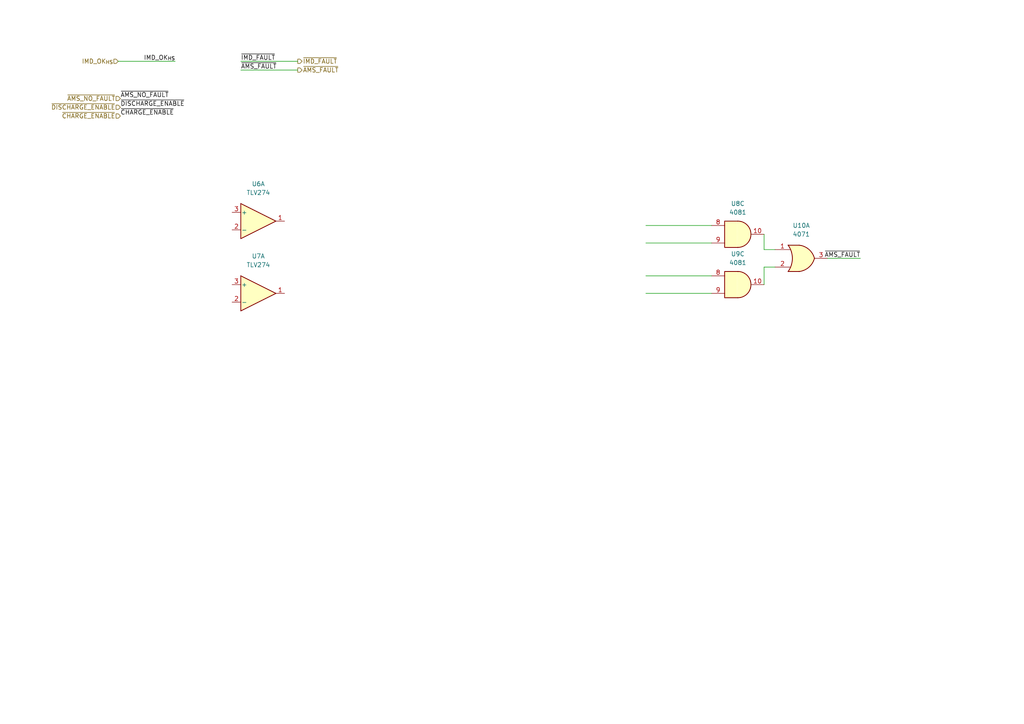
<source format=kicad_sch>
(kicad_sch (version 20211123) (generator eeschema)
  (paper "A4")
  (lib_symbols
    (symbol "4xxx:4071" (pin_names (offset 1.016))
      (property "Reference" "U" (at 0 1.27 0))
      (property "Value" "4071" (at 0 -1.27 0))
      (symbol "4071_1_1"
        (arc (start -3.81 -3.81) (mid -2.589 0) (end -3.81 3.81) (stroke (width 0.254)))
        (arc (start -0.6096 -3.81) (mid 2.1855 -2.584) (end 3.81 0) (stroke (width 0.254)) (fill (type background)))
        (polyline (pts (xy -3.81 -3.81) (xy -0.635 -3.81)) (stroke (width 0.254)) (fill (type background)))
        (polyline (pts (xy -3.81 3.81) (xy -0.635 3.81)) (stroke (width 0.254)) (fill (type background)))
        (polyline (pts (xy -0.635 3.81) (xy -3.81 3.81) (xy -3.81 3.81) (xy -3.556 3.4036) (xy -3.0226 2.2606) (xy -2.6924 1.0414) (xy -2.6162 -0.254) (xy -2.7686 -1.4986) (xy -3.175 -2.7178) (xy -3.81 -3.81) (xy -3.81 -3.81) (xy -0.635 -3.81)) (stroke (width -25.4)) (fill (type background)))
        (arc (start 3.81 0) (mid 2.1928 2.5925) (end -0.6096 3.81) (stroke (width 0.254)) (fill (type background)))
        (pin input line (at -7.62 2.54 0) (length 4.318) (name "~") (number "1"))
        (pin input line (at -7.62 -2.54 0) (length 4.318) (name "~") (number "2"))
        (pin output line (at 7.62 0 180) (length 3.81) (name "~") (number "3"))
      )
      (symbol "4071_1_2"
        (arc (start 0 -3.81) (mid 3.81 0) (end 0 3.81) (stroke (width 0.254)) (fill (type background)))
        (polyline (pts (xy 0 3.81) (xy -3.81 3.81) (xy -3.81 -3.81) (xy 0 -3.81)) (stroke (width 0.254)) (fill (type background)))
        (pin input inverted (at -7.62 2.54 0) (length 3.81) (name "~") (number "1"))
        (pin input inverted (at -7.62 -2.54 0) (length 3.81) (name "~") (number "2"))
        (pin output inverted (at 7.62 0 180) (length 3.81) (name "~") (number "3"))
      )
      (symbol "4071_2_1"
        (arc (start -3.81 -3.81) (mid -2.589 0) (end -3.81 3.81) (stroke (width 0.254)))
        (arc (start -0.6096 -3.81) (mid 2.1855 -2.584) (end 3.81 0) (stroke (width 0.254)) (fill (type background)))
        (polyline (pts (xy -3.81 -3.81) (xy -0.635 -3.81)) (stroke (width 0.254)) (fill (type background)))
        (polyline (pts (xy -3.81 3.81) (xy -0.635 3.81)) (stroke (width 0.254)) (fill (type background)))
        (polyline (pts (xy -0.635 3.81) (xy -3.81 3.81) (xy -3.81 3.81) (xy -3.556 3.4036) (xy -3.0226 2.2606) (xy -2.6924 1.0414) (xy -2.6162 -0.254) (xy -2.7686 -1.4986) (xy -3.175 -2.7178) (xy -3.81 -3.81) (xy -3.81 -3.81) (xy -0.635 -3.81)) (stroke (width -25.4)) (fill (type background)))
        (arc (start 3.81 0) (mid 2.1928 2.5925) (end -0.6096 3.81) (stroke (width 0.254)) (fill (type background)))
        (pin output line (at 7.62 0 180) (length 3.81) (name "~") (number "4"))
        (pin input line (at -7.62 2.54 0) (length 4.318) (name "~") (number "5"))
        (pin input line (at -7.62 -2.54 0) (length 4.318) (name "~") (number "6"))
      )
      (symbol "4071_2_2"
        (arc (start 0 -3.81) (mid 3.81 0) (end 0 3.81) (stroke (width 0.254)) (fill (type background)))
        (polyline (pts (xy 0 3.81) (xy -3.81 3.81) (xy -3.81 -3.81) (xy 0 -3.81)) (stroke (width 0.254)) (fill (type background)))
        (pin output inverted (at 7.62 0 180) (length 3.81) (name "~") (number "4"))
        (pin input inverted (at -7.62 2.54 0) (length 3.81) (name "~") (number "5"))
        (pin input inverted (at -7.62 -2.54 0) (length 3.81) (name "~") (number "6"))
      )
      (symbol "4071_3_1"
        (arc (start -3.81 -3.81) (mid -2.589 0) (end -3.81 3.81) (stroke (width 0.254)))
        (arc (start -0.6096 -3.81) (mid 2.1855 -2.584) (end 3.81 0) (stroke (width 0.254)) (fill (type background)))
        (polyline (pts (xy -3.81 -3.81) (xy -0.635 -3.81)) (stroke (width 0.254)) (fill (type background)))
        (polyline (pts (xy -3.81 3.81) (xy -0.635 3.81)) (stroke (width 0.254)) (fill (type background)))
        (polyline (pts (xy -0.635 3.81) (xy -3.81 3.81) (xy -3.81 3.81) (xy -3.556 3.4036) (xy -3.0226 2.2606) (xy -2.6924 1.0414) (xy -2.6162 -0.254) (xy -2.7686 -1.4986) (xy -3.175 -2.7178) (xy -3.81 -3.81) (xy -3.81 -3.81) (xy -0.635 -3.81)) (stroke (width -25.4)) (fill (type background)))
        (arc (start 3.81 0) (mid 2.1928 2.5925) (end -0.6096 3.81) (stroke (width 0.254)) (fill (type background)))
        (pin output line (at 7.62 0 180) (length 3.81) (name "~") (number "10"))
        (pin input line (at -7.62 2.54 0) (length 4.318) (name "~") (number "8"))
        (pin input line (at -7.62 -2.54 0) (length 4.318) (name "~") (number "9"))
      )
      (symbol "4071_3_2"
        (arc (start 0 -3.81) (mid 3.81 0) (end 0 3.81) (stroke (width 0.254)) (fill (type background)))
        (polyline (pts (xy 0 3.81) (xy -3.81 3.81) (xy -3.81 -3.81) (xy 0 -3.81)) (stroke (width 0.254)) (fill (type background)))
        (pin output inverted (at 7.62 0 180) (length 3.81) (name "~") (number "10"))
        (pin input inverted (at -7.62 2.54 0) (length 3.81) (name "~") (number "8"))
        (pin input inverted (at -7.62 -2.54 0) (length 3.81) (name "~") (number "9"))
      )
      (symbol "4071_4_1"
        (arc (start -3.81 -3.81) (mid -2.589 0) (end -3.81 3.81) (stroke (width 0.254)))
        (arc (start -0.6096 -3.81) (mid 2.1855 -2.584) (end 3.81 0) (stroke (width 0.254)) (fill (type background)))
        (polyline (pts (xy -3.81 -3.81) (xy -0.635 -3.81)) (stroke (width 0.254)) (fill (type background)))
        (polyline (pts (xy -3.81 3.81) (xy -0.635 3.81)) (stroke (width 0.254)) (fill (type background)))
        (polyline (pts (xy -0.635 3.81) (xy -3.81 3.81) (xy -3.81 3.81) (xy -3.556 3.4036) (xy -3.0226 2.2606) (xy -2.6924 1.0414) (xy -2.6162 -0.254) (xy -2.7686 -1.4986) (xy -3.175 -2.7178) (xy -3.81 -3.81) (xy -3.81 -3.81) (xy -0.635 -3.81)) (stroke (width -25.4)) (fill (type background)))
        (arc (start 3.81 0) (mid 2.1928 2.5925) (end -0.6096 3.81) (stroke (width 0.254)) (fill (type background)))
        (pin output line (at 7.62 0 180) (length 3.81) (name "~") (number "11"))
        (pin input line (at -7.62 2.54 0) (length 4.318) (name "~") (number "12"))
        (pin input line (at -7.62 -2.54 0) (length 4.318) (name "~") (number "13"))
      )
      (symbol "4071_4_2"
        (arc (start 0 -3.81) (mid 3.81 0) (end 0 3.81) (stroke (width 0.254)) (fill (type background)))
        (polyline (pts (xy 0 3.81) (xy -3.81 3.81) (xy -3.81 -3.81) (xy 0 -3.81)) (stroke (width 0.254)) (fill (type background)))
        (pin output inverted (at 7.62 0 180) (length 3.81) (name "~") (number "11"))
        (pin input inverted (at -7.62 2.54 0) (length 3.81) (name "~") (number "12"))
        (pin input inverted (at -7.62 -2.54 0) (length 3.81) (name "~") (number "13"))
      )
      (symbol "4071_5_0"
        (pin power_in line (at 0 12.7 270) (length 5.08) (name "VDD") (number "14"))
        (pin power_in line (at 0 -12.7 90) (length 5.08) (name "VSS") (number "7"))
      )
      (symbol "4071_5_1"
        (rectangle (start -5.08 7.62) (end 5.08 -7.62) (stroke (width 0.254)) (fill (type background)))
      )
    )
    (symbol "4xxx:4081" (pin_names (offset 1.016))
      (property "Reference" "U" (at 0 1.27 0))
      (property "Value" "4081" (at 0 -1.27 0))
      (symbol "4081_1_1"
        (arc (start 0 -3.81) (mid 3.81 0) (end 0 3.81) (stroke (width 0.254)) (fill (type background)))
        (polyline (pts (xy 0 3.81) (xy -3.81 3.81) (xy -3.81 -3.81) (xy 0 -3.81)) (stroke (width 0.254)) (fill (type background)))
        (pin input line (at -7.62 2.54 0) (length 3.81) (name "~") (number "1"))
        (pin input line (at -7.62 -2.54 0) (length 3.81) (name "~") (number "2"))
        (pin output line (at 7.62 0 180) (length 3.81) (name "~") (number "3"))
      )
      (symbol "4081_1_2"
        (arc (start -3.81 -3.81) (mid -2.589 0) (end -3.81 3.81) (stroke (width 0.254)))
        (arc (start -0.6096 -3.81) (mid 2.1855 -2.584) (end 3.81 0) (stroke (width 0.254)) (fill (type background)))
        (polyline (pts (xy -3.81 -3.81) (xy -0.635 -3.81)) (stroke (width 0.254)) (fill (type background)))
        (polyline (pts (xy -3.81 3.81) (xy -0.635 3.81)) (stroke (width 0.254)) (fill (type background)))
        (polyline (pts (xy -0.635 3.81) (xy -3.81 3.81) (xy -3.81 3.81) (xy -3.556 3.4036) (xy -3.0226 2.2606) (xy -2.6924 1.0414) (xy -2.6162 -0.254) (xy -2.7686 -1.4986) (xy -3.175 -2.7178) (xy -3.81 -3.81) (xy -3.81 -3.81) (xy -0.635 -3.81)) (stroke (width -25.4)) (fill (type background)))
        (arc (start 3.81 0) (mid 2.1928 2.5925) (end -0.6096 3.81) (stroke (width 0.254)) (fill (type background)))
        (pin input inverted (at -7.62 2.54 0) (length 4.318) (name "~") (number "1"))
        (pin input inverted (at -7.62 -2.54 0) (length 4.318) (name "~") (number "2"))
        (pin output inverted (at 7.62 0 180) (length 3.81) (name "~") (number "3"))
      )
      (symbol "4081_2_1"
        (arc (start 0 -3.81) (mid 3.81 0) (end 0 3.81) (stroke (width 0.254)) (fill (type background)))
        (polyline (pts (xy 0 3.81) (xy -3.81 3.81) (xy -3.81 -3.81) (xy 0 -3.81)) (stroke (width 0.254)) (fill (type background)))
        (pin output line (at 7.62 0 180) (length 3.81) (name "~") (number "4"))
        (pin input line (at -7.62 2.54 0) (length 3.81) (name "~") (number "5"))
        (pin input line (at -7.62 -2.54 0) (length 3.81) (name "~") (number "6"))
      )
      (symbol "4081_2_2"
        (arc (start -3.81 -3.81) (mid -2.589 0) (end -3.81 3.81) (stroke (width 0.254)))
        (arc (start -0.6096 -3.81) (mid 2.1855 -2.584) (end 3.81 0) (stroke (width 0.254)) (fill (type background)))
        (polyline (pts (xy -3.81 -3.81) (xy -0.635 -3.81)) (stroke (width 0.254)) (fill (type background)))
        (polyline (pts (xy -3.81 3.81) (xy -0.635 3.81)) (stroke (width 0.254)) (fill (type background)))
        (polyline (pts (xy -0.635 3.81) (xy -3.81 3.81) (xy -3.81 3.81) (xy -3.556 3.4036) (xy -3.0226 2.2606) (xy -2.6924 1.0414) (xy -2.6162 -0.254) (xy -2.7686 -1.4986) (xy -3.175 -2.7178) (xy -3.81 -3.81) (xy -3.81 -3.81) (xy -0.635 -3.81)) (stroke (width -25.4)) (fill (type background)))
        (arc (start 3.81 0) (mid 2.1928 2.5925) (end -0.6096 3.81) (stroke (width 0.254)) (fill (type background)))
        (pin output inverted (at 7.62 0 180) (length 3.81) (name "~") (number "4"))
        (pin input inverted (at -7.62 2.54 0) (length 4.318) (name "~") (number "5"))
        (pin input inverted (at -7.62 -2.54 0) (length 4.318) (name "~") (number "6"))
      )
      (symbol "4081_3_1"
        (arc (start 0 -3.81) (mid 3.81 0) (end 0 3.81) (stroke (width 0.254)) (fill (type background)))
        (polyline (pts (xy 0 3.81) (xy -3.81 3.81) (xy -3.81 -3.81) (xy 0 -3.81)) (stroke (width 0.254)) (fill (type background)))
        (pin output line (at 7.62 0 180) (length 3.81) (name "~") (number "10"))
        (pin input line (at -7.62 2.54 0) (length 3.81) (name "~") (number "8"))
        (pin input line (at -7.62 -2.54 0) (length 3.81) (name "~") (number "9"))
      )
      (symbol "4081_3_2"
        (arc (start -3.81 -3.81) (mid -2.589 0) (end -3.81 3.81) (stroke (width 0.254)))
        (arc (start -0.6096 -3.81) (mid 2.1855 -2.584) (end 3.81 0) (stroke (width 0.254)) (fill (type background)))
        (polyline (pts (xy -3.81 -3.81) (xy -0.635 -3.81)) (stroke (width 0.254)) (fill (type background)))
        (polyline (pts (xy -3.81 3.81) (xy -0.635 3.81)) (stroke (width 0.254)) (fill (type background)))
        (polyline (pts (xy -0.635 3.81) (xy -3.81 3.81) (xy -3.81 3.81) (xy -3.556 3.4036) (xy -3.0226 2.2606) (xy -2.6924 1.0414) (xy -2.6162 -0.254) (xy -2.7686 -1.4986) (xy -3.175 -2.7178) (xy -3.81 -3.81) (xy -3.81 -3.81) (xy -0.635 -3.81)) (stroke (width -25.4)) (fill (type background)))
        (arc (start 3.81 0) (mid 2.1928 2.5925) (end -0.6096 3.81) (stroke (width 0.254)) (fill (type background)))
        (pin output inverted (at 7.62 0 180) (length 3.81) (name "~") (number "10"))
        (pin input inverted (at -7.62 2.54 0) (length 4.318) (name "~") (number "8"))
        (pin input inverted (at -7.62 -2.54 0) (length 4.318) (name "~") (number "9"))
      )
      (symbol "4081_4_1"
        (arc (start 0 -3.81) (mid 3.81 0) (end 0 3.81) (stroke (width 0.254)) (fill (type background)))
        (polyline (pts (xy 0 3.81) (xy -3.81 3.81) (xy -3.81 -3.81) (xy 0 -3.81)) (stroke (width 0.254)) (fill (type background)))
        (pin output line (at 7.62 0 180) (length 3.81) (name "~") (number "11"))
        (pin input line (at -7.62 2.54 0) (length 3.81) (name "~") (number "12"))
        (pin input line (at -7.62 -2.54 0) (length 3.81) (name "~") (number "13"))
      )
      (symbol "4081_4_2"
        (arc (start -3.81 -3.81) (mid -2.589 0) (end -3.81 3.81) (stroke (width 0.254)))
        (arc (start -0.6096 -3.81) (mid 2.1855 -2.584) (end 3.81 0) (stroke (width 0.254)) (fill (type background)))
        (polyline (pts (xy -3.81 -3.81) (xy -0.635 -3.81)) (stroke (width 0.254)) (fill (type background)))
        (polyline (pts (xy -3.81 3.81) (xy -0.635 3.81)) (stroke (width 0.254)) (fill (type background)))
        (polyline (pts (xy -0.635 3.81) (xy -3.81 3.81) (xy -3.81 3.81) (xy -3.556 3.4036) (xy -3.0226 2.2606) (xy -2.6924 1.0414) (xy -2.6162 -0.254) (xy -2.7686 -1.4986) (xy -3.175 -2.7178) (xy -3.81 -3.81) (xy -3.81 -3.81) (xy -0.635 -3.81)) (stroke (width -25.4)) (fill (type background)))
        (arc (start 3.81 0) (mid 2.1928 2.5925) (end -0.6096 3.81) (stroke (width 0.254)) (fill (type background)))
        (pin output inverted (at 7.62 0 180) (length 3.81) (name "~") (number "11"))
        (pin input inverted (at -7.62 2.54 0) (length 4.318) (name "~") (number "12"))
        (pin input inverted (at -7.62 -2.54 0) (length 4.318) (name "~") (number "13"))
      )
      (symbol "4081_5_0"
        (pin power_in line (at 0 12.7 270) (length 5.08) (name "VDD") (number "14"))
        (pin power_in line (at 0 -12.7 90) (length 5.08) (name "VSS") (number "7"))
      )
      (symbol "4081_5_1"
        (rectangle (start -5.08 7.62) (end 5.08 -7.62) (stroke (width 0.254)) (fill (type background)))
      )
    )
    (symbol "Amplifier_Operational:TLC274" (pin_names (offset 0.127))
      (property "Reference" "U" (at 0 5.08 0))
      (property "Value" "TLC274" (at 0 -5.08 0))
      (symbol "TLC274_1_1"
        (polyline (pts (xy -5.08 5.08) (xy 5.08 0) (xy -5.08 -5.08) (xy -5.08 5.08)) (stroke (width 0.254)) (fill (type background)))
        (pin output line (at 7.62 0 180) (length 2.54) (name "~") (number "1"))
        (pin input line (at -7.62 -2.54 0) (length 2.54) (name "-") (number "2"))
        (pin input line (at -7.62 2.54 0) (length 2.54) (name "+") (number "3"))
      )
      (symbol "TLC274_2_1"
        (polyline (pts (xy -5.08 5.08) (xy 5.08 0) (xy -5.08 -5.08) (xy -5.08 5.08)) (stroke (width 0.254)) (fill (type background)))
        (pin input line (at -7.62 2.54 0) (length 2.54) (name "+") (number "5"))
        (pin input line (at -7.62 -2.54 0) (length 2.54) (name "-") (number "6"))
        (pin output line (at 7.62 0 180) (length 2.54) (name "~") (number "7"))
      )
      (symbol "TLC274_3_1"
        (polyline (pts (xy -5.08 5.08) (xy 5.08 0) (xy -5.08 -5.08) (xy -5.08 5.08)) (stroke (width 0.254)) (fill (type background)))
        (pin input line (at -7.62 2.54 0) (length 2.54) (name "+") (number "10"))
        (pin output line (at 7.62 0 180) (length 2.54) (name "~") (number "8"))
        (pin input line (at -7.62 -2.54 0) (length 2.54) (name "-") (number "9"))
      )
      (symbol "TLC274_4_1"
        (polyline (pts (xy -5.08 5.08) (xy 5.08 0) (xy -5.08 -5.08) (xy -5.08 5.08)) (stroke (width 0.254)) (fill (type background)))
        (pin input line (at -7.62 2.54 0) (length 2.54) (name "+") (number "12"))
        (pin input line (at -7.62 -2.54 0) (length 2.54) (name "-") (number "13"))
        (pin output line (at 7.62 0 180) (length 2.54) (name "~") (number "14"))
      )
      (symbol "TLC274_5_1"
        (pin power_in line (at -2.54 -7.62 90) (length 3.81) (name "V-") (number "11"))
        (pin power_in line (at -2.54 7.62 270) (length 3.81) (name "V+") (number "4"))
      )
    )
  )
  (wire (pts (xy 221.615 67.945) (xy 221.615 72.39)))
  (wire (pts (xy 224.79 77.47) (xy 221.615 77.47)))
  (wire (pts (xy 187.325 65.405) (xy 206.375 65.405)))
  (wire (pts (xy 221.615 72.39) (xy 224.79 72.39)))
  (wire (pts (xy 69.85 17.78) (xy 86.36 17.78)))
  (wire (pts (xy 249.555 74.93) (xy 240.03 74.93)))
  (wire (pts (xy 187.325 80.01) (xy 206.375 80.01)))
  (wire (pts (xy 187.325 85.09) (xy 206.375 85.09)))
  (wire (pts (xy 187.325 70.485) (xy 206.375 70.485)))
  (wire (pts (xy 221.615 77.47) (xy 221.615 82.55)))
  (wire (pts (xy 69.85 20.32) (xy 86.36 20.32)))
  (wire (pts (xy 34.29 17.78) (xy 50.8 17.78)))
  (label "~{AMS_FAULT}" (at 69.85 20.32 0))
  (label "~{AMS_NO_FAULT}" (at 34.925 28.575 0))
  (label "~{DISCHARGE_ENABLE}" (at 34.925 31.115 0))
  (label "~{AMS_FAULT}" (at 249.555 74.93 180))
  (label "IMD_OK_{HS}" (at 50.8 17.78 180))
  (label "~{IMD_FAULT}" (at 69.85 17.78 0))
  (label "~{CHARGE_ENABLE}" (at 34.925 33.655 0))
  (hierarchical_label "IMD_OK_{HS}" (shape input) (at 34.29 17.78 180))
  (hierarchical_label "~{CHARGE_ENABLE}" (shape input) (at 34.925 33.655 180))
  (hierarchical_label "~{AMS_NO_FAULT}" (shape input) (at 34.925 28.575 180))
  (hierarchical_label "~{IMD_FAULT}" (shape output) (at 86.36 17.78 0))
  (hierarchical_label "~{DISCHARGE_ENABLE}" (shape input) (at 34.925 31.115 180))
  (hierarchical_label "~{AMS_FAULT}" (shape output) (at 86.36 20.32 0))
  (symbol (lib_id "Amplifier_Operational:TLC274") (at 74.93 64.135 0) (unit 1)
    (property "Reference" "U6" (at 74.93 53.34 0))
    (property "Value" "TLV274" (at 74.93 55.88 0))
    (property "Footprint" "Package_SO:SOIC-14_3.9x8.7mm_P1.27mm" (effects hide))
    (property "Datasheet" "http://www.ti.com/lit/ds/symlink/tlc274.pdf" (effects hide))
  )
  (symbol (lib_id "4xxx:4081") (at 213.995 82.55 0) (unit 3)
    (property "Reference" "U9" (at 213.995 73.66 0))
    (property "Value" "4081" (at 213.995 76.2 0))
    (property "Footprint" "Package_SO:SOIC-14_3.9x8.7mm_P1.27mm" (effects hide))
    (property "Datasheet" "http://www.intersil.com/content/dam/Intersil/documents/cd40/cd4073bms-81bms-82bms.pdf" (effects hide))
  )
  (symbol (lib_id "Amplifier_Operational:TLC274") (at 74.93 85.09 0) (unit 1)
    (property "Reference" "U7" (at 74.93 74.295 0))
    (property "Value" "TLV274" (at 74.93 76.835 0))
    (property "Footprint" "Package_SO:SOIC-14_3.9x8.7mm_P1.27mm" (effects hide))
    (property "Datasheet" "http://www.ti.com/lit/ds/symlink/tlc274.pdf" (effects hide))
  )
  (symbol (lib_id "4xxx:4081") (at 213.995 67.945 0) (unit 3)
    (property "Reference" "U8" (at 213.995 59.055 0))
    (property "Value" "4081" (at 213.995 61.595 0))
    (property "Footprint" "Package_SO:SOIC-14_3.9x8.7mm_P1.27mm" (effects hide))
    (property "Datasheet" "http://www.intersil.com/content/dam/Intersil/documents/cd40/cd4073bms-81bms-82bms.pdf" (effects hide))
  )
  (symbol (lib_id "4xxx:4071") (at 232.41 74.93 0) (unit 1)
    (property "Reference" "U10" (at 232.41 65.405 0))
    (property "Value" "4071" (at 232.41 67.945 0))
    (property "Footprint" "Package_SO:SOIC-14_3.9x8.7mm_P1.27mm" (effects hide))
    (property "Datasheet" "http://www.intersil.com/content/dam/Intersil/documents/cd40/cd4071bms-72bms-75bms.pdf" (effects hide))
  )
)
</source>
